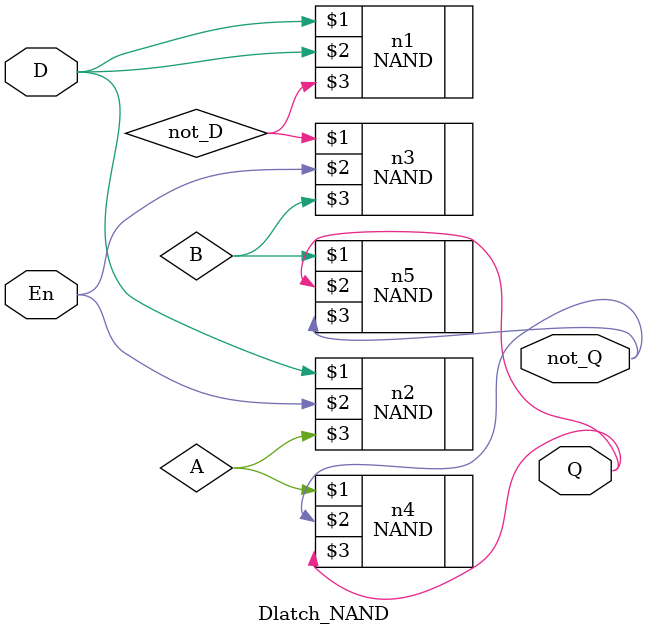
<source format=v>
`timescale 1ns / 1ps
module Dlatch_NAND(
    input En,
    input D,
    output Q,
	 output not_Q
    );
	 
	 wire not_D,A,B ;
	 
	 NAND n1(D,D,not_D);
	 NAND n2(D,En,A);
	 NAND n3(not_D,En,B);
	 NAND n4(A,not_Q,Q);
	 NAND n5(B,Q,not_Q);	  
		
		

endmodule

</source>
